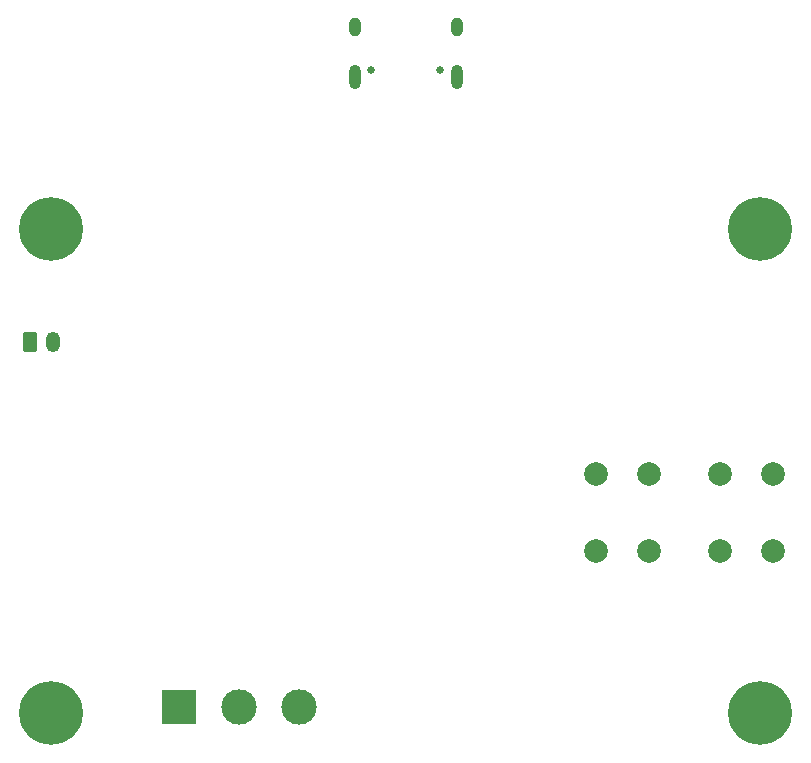
<source format=gbr>
%TF.GenerationSoftware,KiCad,Pcbnew,7.0.5*%
%TF.CreationDate,2023-06-06T12:25:19+02:00*%
%TF.ProjectId,biosensor,62696f73-656e-4736-9f72-2e6b69636164,rev?*%
%TF.SameCoordinates,Original*%
%TF.FileFunction,Soldermask,Bot*%
%TF.FilePolarity,Negative*%
%FSLAX46Y46*%
G04 Gerber Fmt 4.6, Leading zero omitted, Abs format (unit mm)*
G04 Created by KiCad (PCBNEW 7.0.5) date 2023-06-06 12:25:19*
%MOMM*%
%LPD*%
G01*
G04 APERTURE LIST*
G04 Aperture macros list*
%AMRoundRect*
0 Rectangle with rounded corners*
0 $1 Rounding radius*
0 $2 $3 $4 $5 $6 $7 $8 $9 X,Y pos of 4 corners*
0 Add a 4 corners polygon primitive as box body*
4,1,4,$2,$3,$4,$5,$6,$7,$8,$9,$2,$3,0*
0 Add four circle primitives for the rounded corners*
1,1,$1+$1,$2,$3*
1,1,$1+$1,$4,$5*
1,1,$1+$1,$6,$7*
1,1,$1+$1,$8,$9*
0 Add four rect primitives between the rounded corners*
20,1,$1+$1,$2,$3,$4,$5,0*
20,1,$1+$1,$4,$5,$6,$7,0*
20,1,$1+$1,$6,$7,$8,$9,0*
20,1,$1+$1,$8,$9,$2,$3,0*%
G04 Aperture macros list end*
%ADD10C,0.800000*%
%ADD11C,5.400000*%
%ADD12C,2.000000*%
%ADD13RoundRect,0.250000X-0.350000X-0.625000X0.350000X-0.625000X0.350000X0.625000X-0.350000X0.625000X0*%
%ADD14O,1.200000X1.750000*%
%ADD15R,3.000000X3.000000*%
%ADD16C,3.000000*%
%ADD17C,0.650000*%
%ADD18O,1.000000X2.100000*%
%ADD19O,1.000000X1.600000*%
G04 APERTURE END LIST*
D10*
%TO.C,H2*%
X167598011Y-86944000D03*
X168191120Y-85512109D03*
X168191120Y-88375891D03*
X169623011Y-84919000D03*
D11*
X169623011Y-86944000D03*
D10*
X169623011Y-88969000D03*
X171054902Y-85512109D03*
X171054902Y-88375891D03*
X171648011Y-86944000D03*
%TD*%
D12*
%TO.C,SW3*%
X170750000Y-107750000D03*
X170750000Y-114250000D03*
X166250000Y-107750000D03*
X166250000Y-114250000D03*
%TD*%
D13*
%TO.C,J1*%
X107800000Y-96550000D03*
D14*
X109800000Y-96550000D03*
%TD*%
D10*
%TO.C,H1*%
X107598011Y-86944000D03*
X108191120Y-85512109D03*
X108191120Y-88375891D03*
X109623011Y-84919000D03*
D11*
X109623011Y-86944000D03*
D10*
X109623011Y-88969000D03*
X111054902Y-85512109D03*
X111054902Y-88375891D03*
X111648011Y-86944000D03*
%TD*%
%TO.C,H4*%
X107598011Y-127944000D03*
X108191120Y-126512109D03*
X108191120Y-129375891D03*
X109623011Y-125919000D03*
D11*
X109623011Y-127944000D03*
D10*
X109623011Y-129969000D03*
X111054902Y-126512109D03*
X111054902Y-129375891D03*
X111648011Y-127944000D03*
%TD*%
D15*
%TO.C,J2*%
X120463011Y-127444000D03*
D16*
X125543011Y-127444000D03*
X130623011Y-127444000D03*
%TD*%
D10*
%TO.C,H3*%
X167598011Y-127944000D03*
X168191120Y-126512109D03*
X168191120Y-129375891D03*
X169623011Y-125919000D03*
D11*
X169623011Y-127944000D03*
D10*
X169623011Y-129969000D03*
X171054902Y-126512109D03*
X171054902Y-129375891D03*
X171648011Y-127944000D03*
%TD*%
D17*
%TO.C,P1*%
X142513011Y-73544000D03*
X136733011Y-73544000D03*
D18*
X143943011Y-74074000D03*
D19*
X143943011Y-69894000D03*
D18*
X135303011Y-74074000D03*
D19*
X135303011Y-69894000D03*
%TD*%
D12*
%TO.C,SW2*%
X160250000Y-107750000D03*
X160250000Y-114250000D03*
X155750000Y-107750000D03*
X155750000Y-114250000D03*
%TD*%
M02*

</source>
